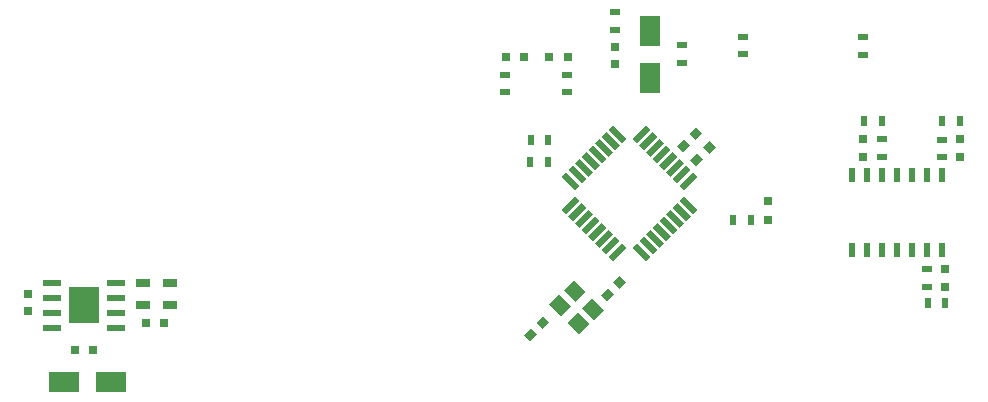
<source format=gbr>
%TF.GenerationSoftware,KiCad,Pcbnew,(5.1.6)-1*%
%TF.CreationDate,2020-11-03T19:25:33-05:00*%
%TF.ProjectId,Kitty Caddy,4b697474-7920-4436-9164-64792e6b6963,rev?*%
%TF.SameCoordinates,Original*%
%TF.FileFunction,Paste,Top*%
%TF.FilePolarity,Positive*%
%FSLAX46Y46*%
G04 Gerber Fmt 4.6, Leading zero omitted, Abs format (unit mm)*
G04 Created by KiCad (PCBNEW (5.1.6)-1) date 2020-11-03 19:25:33*
%MOMM*%
%LPD*%
G01*
G04 APERTURE LIST*
%ADD10C,0.100000*%
%ADD11R,0.750000X0.800000*%
%ADD12R,0.800000X0.750000*%
%ADD13R,2.500000X1.800000*%
%ADD14R,0.800000X0.800000*%
%ADD15R,1.800000X2.500000*%
%ADD16R,0.500000X0.900000*%
%ADD17R,1.300000X0.700000*%
%ADD18R,0.900000X0.500000*%
%ADD19R,2.600000X3.100000*%
%ADD20R,1.550000X0.600000*%
%ADD21R,0.508000X1.143000*%
G04 APERTURE END LIST*
D10*
%TO.C,Y1*%
G36*
X84793843Y-85675408D02*
G01*
X85642371Y-84826880D01*
X86632321Y-85816830D01*
X85783793Y-86665358D01*
X84793843Y-85675408D01*
G37*
G36*
X86349478Y-87231043D02*
G01*
X87198006Y-86382515D01*
X88187956Y-87372465D01*
X87339428Y-88220993D01*
X86349478Y-87231043D01*
G37*
G36*
X85147396Y-88433124D02*
G01*
X85995924Y-87584596D01*
X86985874Y-88574546D01*
X86137346Y-89423074D01*
X85147396Y-88433124D01*
G37*
G36*
X83591761Y-86877489D02*
G01*
X84440289Y-86028961D01*
X85430239Y-87018911D01*
X84581711Y-87867439D01*
X83591761Y-86877489D01*
G37*
%TD*%
D11*
%TO.C,C2*%
X39443400Y-85988600D03*
X39443400Y-87488600D03*
%TD*%
D12*
%TO.C,C5*%
X44943400Y-90738600D03*
X43443400Y-90738600D03*
%TD*%
%TO.C,C7*%
X49443400Y-88488600D03*
X50943400Y-88488600D03*
%TD*%
D11*
%TO.C,C8*%
X89159200Y-65065400D03*
X89159200Y-66565400D03*
%TD*%
%TO.C,C9*%
X118394600Y-72914000D03*
X118394600Y-74414000D03*
%TD*%
%TO.C,C10*%
X110114200Y-72914000D03*
X110114200Y-74414000D03*
%TD*%
D10*
%TO.C,C11*%
G36*
X81991748Y-88937122D02*
G01*
X82522078Y-89467452D01*
X81956392Y-90033138D01*
X81426062Y-89502808D01*
X81991748Y-88937122D01*
G37*
G36*
X83052408Y-87876462D02*
G01*
X83582738Y-88406792D01*
X83017052Y-88972478D01*
X82486722Y-88442148D01*
X83052408Y-87876462D01*
G37*
%TD*%
%TO.C,C12*%
G36*
X89544852Y-85568878D02*
G01*
X89014522Y-85038548D01*
X89580208Y-84472862D01*
X90110538Y-85003192D01*
X89544852Y-85568878D01*
G37*
G36*
X88484192Y-86629538D02*
G01*
X87953862Y-86099208D01*
X88519548Y-85533522D01*
X89049878Y-86063852D01*
X88484192Y-86629538D01*
G37*
%TD*%
D11*
%TO.C,C13*%
X117124600Y-85386800D03*
X117124600Y-83886800D03*
%TD*%
D10*
%TO.C,C14*%
G36*
X96063348Y-74103522D02*
G01*
X96593678Y-74633852D01*
X96027992Y-75199538D01*
X95497662Y-74669208D01*
X96063348Y-74103522D01*
G37*
G36*
X97124008Y-73042862D02*
G01*
X97654338Y-73573192D01*
X97088652Y-74138878D01*
X96558322Y-73608548D01*
X97124008Y-73042862D01*
G37*
%TD*%
%TO.C,C15*%
G36*
X95971052Y-72970478D02*
G01*
X95440722Y-72440148D01*
X96006408Y-71874462D01*
X96536738Y-72404792D01*
X95971052Y-72970478D01*
G37*
G36*
X94910392Y-74031138D02*
G01*
X94380062Y-73500808D01*
X94945748Y-72935122D01*
X95476078Y-73465452D01*
X94910392Y-74031138D01*
G37*
%TD*%
D13*
%TO.C,D1*%
X46506000Y-93450600D03*
X42506000Y-93450600D03*
%TD*%
D14*
%TO.C,D2*%
X85158600Y-65942400D03*
X83558600Y-65942400D03*
%TD*%
%TO.C,D3*%
X79875600Y-65942400D03*
X81475600Y-65942400D03*
%TD*%
D15*
%TO.C,D4*%
X92131000Y-63764600D03*
X92131000Y-67764600D03*
%TD*%
D14*
%TO.C,D5*%
X102087800Y-79772600D03*
X102087800Y-78172600D03*
%TD*%
D16*
%TO.C,R1*%
X83483000Y-74832400D03*
X81983000Y-74832400D03*
%TD*%
%TO.C,R2*%
X83508400Y-73003600D03*
X82008400Y-73003600D03*
%TD*%
D17*
%TO.C,R3*%
X51458640Y-86974160D03*
X51458640Y-85074160D03*
%TD*%
%TO.C,R4*%
X49208640Y-85074160D03*
X49208640Y-86974160D03*
%TD*%
D18*
%TO.C,R5*%
X110139600Y-65752600D03*
X110139600Y-64252600D03*
%TD*%
%TO.C,R6*%
X99979600Y-64227200D03*
X99979600Y-65727200D03*
%TD*%
%TO.C,R7*%
X89159200Y-62144400D03*
X89159200Y-63644400D03*
%TD*%
D16*
%TO.C,R8*%
X116831800Y-71403400D03*
X118331800Y-71403400D03*
%TD*%
%TO.C,R9*%
X111753200Y-71352600D03*
X110253200Y-71352600D03*
%TD*%
D18*
%TO.C,R10*%
X85120600Y-68953000D03*
X85120600Y-67453000D03*
%TD*%
%TO.C,R11*%
X79837400Y-68941000D03*
X79837400Y-67441000D03*
%TD*%
%TO.C,R12*%
X94823400Y-66475800D03*
X94823400Y-64975800D03*
%TD*%
%TO.C,R13*%
X116819800Y-72939400D03*
X116819800Y-74439400D03*
%TD*%
%TO.C,R14*%
X111739800Y-72914000D03*
X111739800Y-74414000D03*
%TD*%
D16*
%TO.C,R15*%
X99128000Y-79785400D03*
X100628000Y-79785400D03*
%TD*%
D18*
%TO.C,R16*%
X115549800Y-83886800D03*
X115549800Y-85386800D03*
%TD*%
D16*
%TO.C,R17*%
X115612600Y-86821200D03*
X117112600Y-86821200D03*
%TD*%
D19*
%TO.C,U3*%
X44193400Y-86988600D03*
D20*
X46893400Y-88893600D03*
X46893400Y-87623600D03*
X46893400Y-86353600D03*
X46893400Y-85083600D03*
X41493400Y-85083600D03*
X41493400Y-86353600D03*
X41493400Y-87623600D03*
X41493400Y-88893600D03*
%TD*%
D21*
%TO.C,U5*%
X116819800Y-75924600D03*
X115549800Y-75924600D03*
X114279800Y-75924600D03*
X113009800Y-75924600D03*
X111739800Y-75924600D03*
X110469800Y-75924600D03*
X109199800Y-75924600D03*
X109199800Y-82274600D03*
X110469800Y-82274600D03*
X113009800Y-82274600D03*
X114279800Y-82274600D03*
X115549800Y-82274600D03*
X116819800Y-82274600D03*
X111739800Y-82274600D03*
%TD*%
D10*
%TO.C,U6*%
G36*
X85007066Y-79274045D02*
G01*
X84618157Y-78885136D01*
X85749528Y-77753765D01*
X86138437Y-78142674D01*
X85007066Y-79274045D01*
G37*
G36*
X85572752Y-79839730D02*
G01*
X85183843Y-79450821D01*
X86315214Y-78319450D01*
X86704123Y-78708359D01*
X85572752Y-79839730D01*
G37*
G36*
X86138437Y-80405416D02*
G01*
X85749528Y-80016507D01*
X86880899Y-78885136D01*
X87269808Y-79274045D01*
X86138437Y-80405416D01*
G37*
G36*
X86704122Y-80971101D02*
G01*
X86315213Y-80582192D01*
X87446584Y-79450821D01*
X87835493Y-79839730D01*
X86704122Y-80971101D01*
G37*
G36*
X87269808Y-81536787D02*
G01*
X86880899Y-81147878D01*
X88012270Y-80016507D01*
X88401179Y-80405416D01*
X87269808Y-81536787D01*
G37*
G36*
X87835493Y-82102472D02*
G01*
X87446584Y-81713563D01*
X88577955Y-80582192D01*
X88966864Y-80971101D01*
X87835493Y-82102472D01*
G37*
G36*
X88401179Y-82668157D02*
G01*
X88012270Y-82279248D01*
X89143641Y-81147877D01*
X89532550Y-81536786D01*
X88401179Y-82668157D01*
G37*
G36*
X88966864Y-83233843D02*
G01*
X88577955Y-82844934D01*
X89709326Y-81713563D01*
X90098235Y-82102472D01*
X88966864Y-83233843D01*
G37*
G36*
X92148845Y-82844934D02*
G01*
X91759936Y-83233843D01*
X90628565Y-82102472D01*
X91017474Y-81713563D01*
X92148845Y-82844934D01*
G37*
G36*
X92714530Y-82279248D02*
G01*
X92325621Y-82668157D01*
X91194250Y-81536786D01*
X91583159Y-81147877D01*
X92714530Y-82279248D01*
G37*
G36*
X93280216Y-81713563D02*
G01*
X92891307Y-82102472D01*
X91759936Y-80971101D01*
X92148845Y-80582192D01*
X93280216Y-81713563D01*
G37*
G36*
X93845901Y-81147878D02*
G01*
X93456992Y-81536787D01*
X92325621Y-80405416D01*
X92714530Y-80016507D01*
X93845901Y-81147878D01*
G37*
G36*
X94411587Y-80582192D02*
G01*
X94022678Y-80971101D01*
X92891307Y-79839730D01*
X93280216Y-79450821D01*
X94411587Y-80582192D01*
G37*
G36*
X94977272Y-80016507D02*
G01*
X94588363Y-80405416D01*
X93456992Y-79274045D01*
X93845901Y-78885136D01*
X94977272Y-80016507D01*
G37*
G36*
X95542957Y-79450821D02*
G01*
X95154048Y-79839730D01*
X94022677Y-78708359D01*
X94411586Y-78319450D01*
X95542957Y-79450821D01*
G37*
G36*
X96108643Y-78885136D02*
G01*
X95719734Y-79274045D01*
X94588363Y-78142674D01*
X94977272Y-77753765D01*
X96108643Y-78885136D01*
G37*
G36*
X94977272Y-77223435D02*
G01*
X94588363Y-76834526D01*
X95719734Y-75703155D01*
X96108643Y-76092064D01*
X94977272Y-77223435D01*
G37*
G36*
X94411586Y-76657750D02*
G01*
X94022677Y-76268841D01*
X95154048Y-75137470D01*
X95542957Y-75526379D01*
X94411586Y-76657750D01*
G37*
G36*
X93845901Y-76092064D02*
G01*
X93456992Y-75703155D01*
X94588363Y-74571784D01*
X94977272Y-74960693D01*
X93845901Y-76092064D01*
G37*
G36*
X93280216Y-75526379D02*
G01*
X92891307Y-75137470D01*
X94022678Y-74006099D01*
X94411587Y-74395008D01*
X93280216Y-75526379D01*
G37*
G36*
X92714530Y-74960693D02*
G01*
X92325621Y-74571784D01*
X93456992Y-73440413D01*
X93845901Y-73829322D01*
X92714530Y-74960693D01*
G37*
G36*
X92148845Y-74395008D02*
G01*
X91759936Y-74006099D01*
X92891307Y-72874728D01*
X93280216Y-73263637D01*
X92148845Y-74395008D01*
G37*
G36*
X91583159Y-73829323D02*
G01*
X91194250Y-73440414D01*
X92325621Y-72309043D01*
X92714530Y-72697952D01*
X91583159Y-73829323D01*
G37*
G36*
X91017474Y-73263637D02*
G01*
X90628565Y-72874728D01*
X91759936Y-71743357D01*
X92148845Y-72132266D01*
X91017474Y-73263637D01*
G37*
G36*
X90098235Y-72874728D02*
G01*
X89709326Y-73263637D01*
X88577955Y-72132266D01*
X88966864Y-71743357D01*
X90098235Y-72874728D01*
G37*
G36*
X89532550Y-73440414D02*
G01*
X89143641Y-73829323D01*
X88012270Y-72697952D01*
X88401179Y-72309043D01*
X89532550Y-73440414D01*
G37*
G36*
X88966864Y-74006099D02*
G01*
X88577955Y-74395008D01*
X87446584Y-73263637D01*
X87835493Y-72874728D01*
X88966864Y-74006099D01*
G37*
G36*
X88401179Y-74571784D02*
G01*
X88012270Y-74960693D01*
X86880899Y-73829322D01*
X87269808Y-73440413D01*
X88401179Y-74571784D01*
G37*
G36*
X87835493Y-75137470D02*
G01*
X87446584Y-75526379D01*
X86315213Y-74395008D01*
X86704122Y-74006099D01*
X87835493Y-75137470D01*
G37*
G36*
X87269808Y-75703155D02*
G01*
X86880899Y-76092064D01*
X85749528Y-74960693D01*
X86138437Y-74571784D01*
X87269808Y-75703155D01*
G37*
G36*
X86704123Y-76268841D02*
G01*
X86315214Y-76657750D01*
X85183843Y-75526379D01*
X85572752Y-75137470D01*
X86704123Y-76268841D01*
G37*
G36*
X86138437Y-76834526D02*
G01*
X85749528Y-77223435D01*
X84618157Y-76092064D01*
X85007066Y-75703155D01*
X86138437Y-76834526D01*
G37*
%TD*%
M02*

</source>
